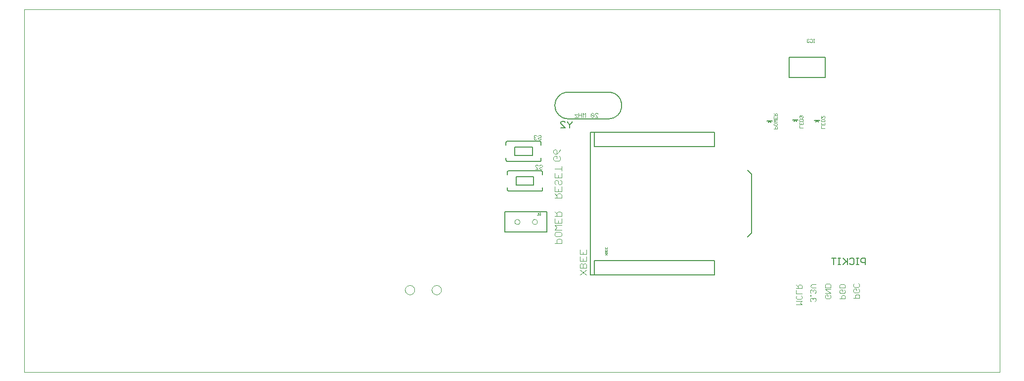
<source format=gbo>
G75*
G70*
%OFA0B0*%
%FSLAX24Y24*%
%IPPOS*%
%LPD*%
%AMOC8*
5,1,8,0,0,1.08239X$1,22.5*
%
%ADD10C,0.0000*%
%ADD11C,0.0040*%
%ADD12C,0.0030*%
%ADD13C,0.0020*%
%ADD14C,0.0060*%
%ADD15C,0.0050*%
%ADD16C,0.0080*%
%ADD17C,0.0010*%
D10*
X000103Y000212D02*
X065853Y000212D01*
X065853Y024712D01*
X000103Y024712D01*
X000103Y000212D01*
X025768Y005752D02*
X025770Y005787D01*
X025776Y005822D01*
X025786Y005856D01*
X025799Y005889D01*
X025816Y005920D01*
X025837Y005948D01*
X025860Y005975D01*
X025887Y005998D01*
X025915Y006019D01*
X025946Y006036D01*
X025979Y006049D01*
X026013Y006059D01*
X026048Y006065D01*
X026083Y006067D01*
X026118Y006065D01*
X026153Y006059D01*
X026187Y006049D01*
X026220Y006036D01*
X026251Y006019D01*
X026279Y005998D01*
X026306Y005975D01*
X026329Y005948D01*
X026350Y005920D01*
X026367Y005889D01*
X026380Y005856D01*
X026390Y005822D01*
X026396Y005787D01*
X026398Y005752D01*
X026396Y005717D01*
X026390Y005682D01*
X026380Y005648D01*
X026367Y005615D01*
X026350Y005584D01*
X026329Y005556D01*
X026306Y005529D01*
X026279Y005506D01*
X026251Y005485D01*
X026220Y005468D01*
X026187Y005455D01*
X026153Y005445D01*
X026118Y005439D01*
X026083Y005437D01*
X026048Y005439D01*
X026013Y005445D01*
X025979Y005455D01*
X025946Y005468D01*
X025915Y005485D01*
X025887Y005506D01*
X025860Y005529D01*
X025837Y005556D01*
X025816Y005584D01*
X025799Y005615D01*
X025786Y005648D01*
X025776Y005682D01*
X025770Y005717D01*
X025768Y005752D01*
X027568Y005752D02*
X027570Y005787D01*
X027576Y005822D01*
X027586Y005856D01*
X027599Y005889D01*
X027616Y005920D01*
X027637Y005948D01*
X027660Y005975D01*
X027687Y005998D01*
X027715Y006019D01*
X027746Y006036D01*
X027779Y006049D01*
X027813Y006059D01*
X027848Y006065D01*
X027883Y006067D01*
X027918Y006065D01*
X027953Y006059D01*
X027987Y006049D01*
X028020Y006036D01*
X028051Y006019D01*
X028079Y005998D01*
X028106Y005975D01*
X028129Y005948D01*
X028150Y005920D01*
X028167Y005889D01*
X028180Y005856D01*
X028190Y005822D01*
X028196Y005787D01*
X028198Y005752D01*
X028196Y005717D01*
X028190Y005682D01*
X028180Y005648D01*
X028167Y005615D01*
X028150Y005584D01*
X028129Y005556D01*
X028106Y005529D01*
X028079Y005506D01*
X028051Y005485D01*
X028020Y005468D01*
X027987Y005455D01*
X027953Y005445D01*
X027918Y005439D01*
X027883Y005437D01*
X027848Y005439D01*
X027813Y005445D01*
X027779Y005455D01*
X027746Y005468D01*
X027715Y005485D01*
X027687Y005506D01*
X027660Y005529D01*
X027637Y005556D01*
X027616Y005584D01*
X027599Y005615D01*
X027586Y005648D01*
X027576Y005682D01*
X027570Y005717D01*
X027568Y005752D01*
X033156Y010352D02*
X033158Y010377D01*
X033164Y010402D01*
X033173Y010426D01*
X033186Y010448D01*
X033203Y010468D01*
X033222Y010485D01*
X033243Y010499D01*
X033267Y010509D01*
X033291Y010516D01*
X033317Y010519D01*
X033342Y010518D01*
X033367Y010513D01*
X033391Y010504D01*
X033414Y010492D01*
X033434Y010477D01*
X033452Y010458D01*
X033467Y010437D01*
X033478Y010414D01*
X033486Y010390D01*
X033490Y010365D01*
X033490Y010339D01*
X033486Y010314D01*
X033478Y010290D01*
X033467Y010267D01*
X033452Y010246D01*
X033434Y010227D01*
X033414Y010212D01*
X033391Y010200D01*
X033367Y010191D01*
X033342Y010186D01*
X033317Y010185D01*
X033291Y010188D01*
X033267Y010195D01*
X033243Y010205D01*
X033222Y010219D01*
X033203Y010236D01*
X033186Y010256D01*
X033173Y010278D01*
X033164Y010302D01*
X033158Y010327D01*
X033156Y010352D01*
X034337Y010352D02*
X034339Y010377D01*
X034345Y010402D01*
X034354Y010426D01*
X034367Y010448D01*
X034384Y010468D01*
X034403Y010485D01*
X034424Y010499D01*
X034448Y010509D01*
X034472Y010516D01*
X034498Y010519D01*
X034523Y010518D01*
X034548Y010513D01*
X034572Y010504D01*
X034595Y010492D01*
X034615Y010477D01*
X034633Y010458D01*
X034648Y010437D01*
X034659Y010414D01*
X034667Y010390D01*
X034671Y010365D01*
X034671Y010339D01*
X034667Y010314D01*
X034659Y010290D01*
X034648Y010267D01*
X034633Y010246D01*
X034615Y010227D01*
X034595Y010212D01*
X034572Y010200D01*
X034548Y010191D01*
X034523Y010186D01*
X034498Y010185D01*
X034472Y010188D01*
X034448Y010195D01*
X034424Y010205D01*
X034403Y010219D01*
X034384Y010236D01*
X034367Y010256D01*
X034354Y010278D01*
X034345Y010302D01*
X034339Y010327D01*
X034337Y010352D01*
D11*
X035853Y010271D02*
X035853Y010578D01*
X035853Y010731D02*
X036314Y010731D01*
X036314Y010961D01*
X036237Y011038D01*
X036083Y011038D01*
X036007Y010961D01*
X036007Y010731D01*
X036007Y010885D02*
X035853Y011038D01*
X036314Y010578D02*
X036314Y010271D01*
X035853Y010271D01*
X035853Y010117D02*
X036314Y010117D01*
X036083Y010271D02*
X036083Y010424D01*
X035853Y010117D02*
X036007Y009964D01*
X035853Y009810D01*
X036314Y009810D01*
X036237Y009657D02*
X036314Y009580D01*
X036314Y009427D01*
X036237Y009350D01*
X035930Y009350D01*
X035853Y009427D01*
X035853Y009580D01*
X035930Y009657D01*
X036237Y009657D01*
X036237Y009197D02*
X036083Y009197D01*
X036007Y009120D01*
X036007Y008890D01*
X035853Y008890D02*
X036314Y008890D01*
X036314Y009120D01*
X036237Y009197D01*
X037543Y008468D02*
X037543Y008161D01*
X038004Y008161D01*
X038004Y008468D01*
X037773Y008315D02*
X037773Y008161D01*
X037543Y008008D02*
X037543Y007701D01*
X038004Y007701D01*
X038004Y008008D01*
X037773Y007854D02*
X037773Y007701D01*
X037697Y007547D02*
X037620Y007547D01*
X037543Y007471D01*
X037543Y007240D01*
X038004Y007240D01*
X038004Y007471D01*
X037927Y007547D01*
X037850Y007547D01*
X037773Y007471D01*
X037773Y007240D01*
X037773Y007471D02*
X037697Y007547D01*
X037543Y007087D02*
X038004Y006780D01*
X038004Y007087D02*
X037543Y006780D01*
X036314Y011952D02*
X035853Y011952D01*
X036007Y011952D02*
X036007Y012182D01*
X036083Y012259D01*
X036237Y012259D01*
X036314Y012182D01*
X036314Y011952D01*
X036007Y012105D02*
X035853Y012259D01*
X035853Y012412D02*
X035853Y012719D01*
X035930Y012872D02*
X035853Y012949D01*
X035853Y013103D01*
X035930Y013179D01*
X036007Y013179D01*
X036083Y013103D01*
X036083Y012949D01*
X036160Y012872D01*
X036237Y012872D01*
X036314Y012949D01*
X036314Y013103D01*
X036237Y013179D01*
X036314Y013333D02*
X035853Y013333D01*
X035853Y013640D01*
X036083Y013486D02*
X036083Y013333D01*
X036314Y013333D02*
X036314Y013640D01*
X036314Y013793D02*
X036314Y014100D01*
X036314Y013946D02*
X035853Y013946D01*
X035850Y014481D02*
X035773Y014558D01*
X035773Y014711D01*
X035850Y014788D01*
X036003Y014788D01*
X036003Y014634D01*
X035850Y014481D02*
X036157Y014481D01*
X036234Y014558D01*
X036234Y014711D01*
X036157Y014788D01*
X036003Y014941D02*
X035850Y014941D01*
X035773Y015018D01*
X035773Y015171D01*
X035850Y015248D01*
X035927Y015248D01*
X036003Y015171D01*
X036003Y014941D01*
X036157Y015095D01*
X036234Y015248D01*
X036314Y012719D02*
X036314Y012412D01*
X035853Y012412D01*
X036083Y012412D02*
X036083Y012565D01*
D12*
X052138Y006105D02*
X052262Y005982D01*
X052262Y006044D02*
X052262Y005858D01*
X052138Y005858D02*
X052509Y005858D01*
X052509Y006044D01*
X052447Y006105D01*
X052323Y006105D01*
X052262Y006044D01*
X052138Y005737D02*
X052138Y005490D01*
X052509Y005490D01*
X052447Y005369D02*
X052509Y005307D01*
X052509Y005183D01*
X052447Y005122D01*
X052200Y005122D01*
X052138Y005183D01*
X052138Y005307D01*
X052200Y005369D01*
X052138Y005000D02*
X052509Y005000D01*
X052385Y004877D01*
X052509Y004753D01*
X052138Y004753D01*
X053078Y005029D02*
X053140Y004968D01*
X053078Y005029D02*
X053078Y005153D01*
X053140Y005214D01*
X053202Y005214D01*
X053263Y005153D01*
X053263Y005091D01*
X053263Y005153D02*
X053325Y005214D01*
X053387Y005214D01*
X053449Y005153D01*
X053449Y005029D01*
X053387Y004968D01*
X054088Y005233D02*
X054150Y005172D01*
X054397Y005172D01*
X054459Y005233D01*
X054459Y005357D01*
X054397Y005419D01*
X054273Y005419D02*
X054273Y005295D01*
X054273Y005419D02*
X054150Y005419D01*
X054088Y005357D01*
X054088Y005233D01*
X054088Y005540D02*
X054459Y005540D01*
X054088Y005787D01*
X054459Y005787D01*
X054459Y005908D02*
X054459Y006094D01*
X054397Y006155D01*
X054150Y006155D01*
X054088Y006094D01*
X054088Y005908D01*
X054459Y005908D01*
X055058Y005888D02*
X055058Y006074D01*
X055120Y006135D01*
X055367Y006135D01*
X055429Y006074D01*
X055429Y005888D01*
X055058Y005888D01*
X055120Y005767D02*
X055243Y005767D01*
X055243Y005643D01*
X055120Y005520D02*
X055367Y005520D01*
X055429Y005582D01*
X055429Y005705D01*
X055367Y005767D01*
X055120Y005767D02*
X055058Y005705D01*
X055058Y005582D01*
X055120Y005520D01*
X055243Y005399D02*
X055182Y005337D01*
X055182Y005152D01*
X055058Y005152D02*
X055429Y005152D01*
X055429Y005337D01*
X055367Y005399D01*
X055243Y005399D01*
X056008Y005202D02*
X056379Y005202D01*
X056379Y005387D01*
X056317Y005449D01*
X056193Y005449D01*
X056132Y005387D01*
X056132Y005202D01*
X056070Y005570D02*
X056008Y005632D01*
X056008Y005755D01*
X056070Y005817D01*
X056193Y005817D01*
X056193Y005693D01*
X056070Y005570D02*
X056317Y005570D01*
X056379Y005632D01*
X056379Y005755D01*
X056317Y005817D01*
X056317Y005938D02*
X056070Y005938D01*
X056008Y006000D01*
X056008Y006124D01*
X056070Y006185D01*
X056317Y006185D02*
X056379Y006124D01*
X056379Y006000D01*
X056317Y005938D01*
X053449Y005888D02*
X053202Y005888D01*
X053078Y006012D01*
X053202Y006135D01*
X053449Y006135D01*
X053387Y005767D02*
X053325Y005767D01*
X053263Y005705D01*
X053202Y005767D01*
X053140Y005767D01*
X053078Y005705D01*
X053078Y005582D01*
X053140Y005520D01*
X053140Y005398D02*
X053078Y005398D01*
X053078Y005336D01*
X053140Y005336D01*
X053140Y005398D01*
X053263Y005643D02*
X053263Y005705D01*
X053387Y005767D02*
X053449Y005705D01*
X053449Y005582D01*
X053387Y005520D01*
D13*
X035014Y013956D02*
X034968Y013909D01*
X034874Y013909D01*
X034828Y013956D01*
X034828Y014002D01*
X034874Y014049D01*
X034968Y014049D01*
X035014Y014096D01*
X035014Y014143D01*
X034968Y014189D01*
X034874Y014189D01*
X034828Y014143D01*
X034738Y014143D02*
X034691Y014189D01*
X034598Y014189D01*
X034551Y014143D01*
X034551Y014096D01*
X034738Y013909D01*
X034551Y013909D01*
X034508Y015909D02*
X034601Y015909D01*
X034648Y015956D01*
X034738Y015956D02*
X034784Y015909D01*
X034878Y015909D01*
X034924Y015956D01*
X034878Y016049D02*
X034784Y016049D01*
X034738Y016002D01*
X034738Y015956D01*
X034878Y016049D02*
X034924Y016096D01*
X034924Y016143D01*
X034878Y016189D01*
X034784Y016189D01*
X034738Y016143D01*
X034648Y016143D02*
X034601Y016189D01*
X034508Y016189D01*
X034461Y016143D01*
X034461Y016096D01*
X034508Y016049D01*
X034461Y016002D01*
X034461Y015956D01*
X034508Y015909D01*
X034508Y016049D02*
X034555Y016049D01*
X037195Y017412D02*
X037382Y017412D01*
X037195Y017598D01*
X037382Y017598D01*
X037472Y017552D02*
X037658Y017552D01*
X037658Y017412D02*
X037658Y017692D01*
X037748Y017692D02*
X037748Y017412D01*
X037935Y017412D02*
X037935Y017692D01*
X037841Y017598D01*
X037748Y017692D01*
X037472Y017692D02*
X037472Y017412D01*
X038300Y017458D02*
X038347Y017412D01*
X038440Y017412D01*
X038487Y017458D01*
X038300Y017645D01*
X038300Y017458D01*
X038487Y017458D02*
X038487Y017645D01*
X038440Y017692D01*
X038347Y017692D01*
X038300Y017645D01*
X038576Y017645D02*
X038623Y017692D01*
X038717Y017692D01*
X038763Y017645D01*
X038576Y017645D02*
X038576Y017598D01*
X038763Y017412D01*
X038576Y017412D01*
X050638Y017310D02*
X050638Y017456D01*
X050638Y017531D02*
X050858Y017531D01*
X050858Y017641D01*
X050822Y017677D01*
X050748Y017677D01*
X050712Y017641D01*
X050712Y017531D01*
X050712Y017604D02*
X050638Y017677D01*
X050858Y017456D02*
X050858Y017310D01*
X050638Y017310D01*
X050638Y017235D02*
X050858Y017235D01*
X050748Y017310D02*
X050748Y017383D01*
X050638Y017235D02*
X050712Y017162D01*
X050638Y017089D01*
X050858Y017089D01*
X050822Y017014D02*
X050858Y016978D01*
X050858Y016904D01*
X050822Y016868D01*
X050675Y016868D01*
X050638Y016904D01*
X050638Y016978D01*
X050675Y017014D01*
X050822Y017014D01*
X050822Y016793D02*
X050748Y016793D01*
X050712Y016757D01*
X050712Y016647D01*
X050638Y016647D02*
X050858Y016647D01*
X050858Y016757D01*
X050822Y016793D01*
X052358Y016853D02*
X052358Y016707D01*
X052578Y016707D01*
X052578Y016928D02*
X052358Y016928D01*
X052358Y017074D01*
X052358Y017149D02*
X052358Y017259D01*
X052395Y017295D01*
X052542Y017295D01*
X052578Y017259D01*
X052578Y017149D01*
X052358Y017149D01*
X052468Y017001D02*
X052468Y016928D01*
X052578Y016928D02*
X052578Y017074D01*
X052542Y017370D02*
X052578Y017406D01*
X052578Y017480D01*
X052542Y017516D01*
X052505Y017516D01*
X052468Y017480D01*
X052432Y017516D01*
X052395Y017516D01*
X052358Y017480D01*
X052358Y017406D01*
X052395Y017370D01*
X052468Y017443D02*
X052468Y017480D01*
X053828Y017486D02*
X053828Y017340D01*
X053975Y017486D01*
X054012Y017486D01*
X054048Y017450D01*
X054048Y017376D01*
X054012Y017340D01*
X054012Y017265D02*
X054048Y017229D01*
X054048Y017119D01*
X053828Y017119D01*
X053828Y017229D01*
X053865Y017265D01*
X054012Y017265D01*
X054048Y017044D02*
X054048Y016898D01*
X053828Y016898D01*
X053828Y017044D01*
X053938Y016971D02*
X053938Y016898D01*
X053828Y016823D02*
X053828Y016677D01*
X054048Y016677D01*
X053363Y022482D02*
X053290Y022482D01*
X053327Y022482D02*
X053327Y022702D01*
X053363Y022702D02*
X053290Y022702D01*
X053216Y022665D02*
X053216Y022518D01*
X053179Y022482D01*
X053106Y022482D01*
X053069Y022518D01*
X052995Y022518D02*
X052958Y022482D01*
X052885Y022482D01*
X052848Y022518D01*
X052848Y022555D01*
X052885Y022592D01*
X052922Y022592D01*
X052885Y022592D02*
X052848Y022628D01*
X052848Y022665D01*
X052885Y022702D01*
X052958Y022702D01*
X052995Y022665D01*
X053069Y022665D02*
X053106Y022702D01*
X053179Y022702D01*
X053216Y022665D01*
D14*
X054103Y021453D02*
X051643Y021453D01*
X051643Y020091D01*
X054103Y020091D01*
X054103Y021453D01*
D15*
X053724Y017209D02*
X053543Y017209D01*
X053451Y017087D01*
X053362Y017209D02*
X053543Y017209D01*
X053553Y017203D02*
X053629Y017087D01*
X052254Y017239D02*
X052073Y017239D01*
X051981Y017117D01*
X051892Y017239D02*
X052073Y017239D01*
X052083Y017233D02*
X052159Y017117D01*
X050534Y017179D02*
X050353Y017179D01*
X050261Y017057D01*
X050172Y017179D02*
X050353Y017179D01*
X050363Y017173D02*
X050439Y017057D01*
X037019Y017062D02*
X036869Y016912D01*
X036869Y016687D01*
X036869Y016912D02*
X036719Y017062D01*
X036719Y017137D01*
X036559Y017062D02*
X036484Y017137D01*
X036333Y017137D01*
X036258Y017062D01*
X036258Y016987D01*
X036559Y016687D01*
X036258Y016687D01*
X037019Y017062D02*
X037019Y017137D01*
X034934Y015702D02*
X034934Y015545D01*
X034934Y015702D02*
X034933Y015719D01*
X034928Y015736D01*
X034921Y015751D01*
X034911Y015765D01*
X034899Y015777D01*
X034885Y015787D01*
X034870Y015794D01*
X034853Y015799D01*
X034836Y015800D01*
X034836Y015801D02*
X032671Y015801D01*
X032671Y015800D02*
X032654Y015799D01*
X032637Y015794D01*
X032622Y015787D01*
X032608Y015777D01*
X032596Y015765D01*
X032586Y015751D01*
X032579Y015736D01*
X032574Y015719D01*
X032573Y015702D01*
X032572Y015702D02*
X032572Y015545D01*
X033163Y015407D02*
X033163Y014816D01*
X034344Y014816D01*
X034344Y015407D01*
X033163Y015407D01*
X032572Y014679D02*
X032572Y014521D01*
X032577Y014501D01*
X032586Y014482D01*
X032597Y014465D01*
X032612Y014450D01*
X032629Y014438D01*
X032648Y014429D01*
X032668Y014423D01*
X032689Y014421D01*
X032710Y014423D01*
X034836Y014423D01*
X034853Y014424D01*
X034870Y014429D01*
X034885Y014436D01*
X034899Y014446D01*
X034911Y014458D01*
X034921Y014472D01*
X034928Y014487D01*
X034933Y014504D01*
X034934Y014521D01*
X034934Y014679D01*
X034926Y013801D02*
X032761Y013801D01*
X032761Y013800D02*
X032744Y013799D01*
X032727Y013794D01*
X032712Y013787D01*
X032698Y013777D01*
X032686Y013765D01*
X032676Y013751D01*
X032669Y013736D01*
X032664Y013719D01*
X032663Y013702D01*
X032662Y013702D02*
X032662Y013545D01*
X033253Y013407D02*
X033253Y012816D01*
X034434Y012816D01*
X034434Y013407D01*
X033253Y013407D01*
X034926Y013800D02*
X034943Y013799D01*
X034960Y013794D01*
X034975Y013787D01*
X034989Y013777D01*
X035001Y013765D01*
X035011Y013751D01*
X035018Y013736D01*
X035023Y013719D01*
X035024Y013702D01*
X035024Y013545D01*
X035024Y012679D02*
X035024Y012521D01*
X035023Y012504D01*
X035018Y012487D01*
X035011Y012472D01*
X035001Y012458D01*
X034989Y012446D01*
X034975Y012436D01*
X034960Y012429D01*
X034943Y012424D01*
X034926Y012423D01*
X032800Y012423D01*
X032779Y012421D01*
X032758Y012423D01*
X032738Y012429D01*
X032719Y012438D01*
X032702Y012450D01*
X032687Y012465D01*
X032676Y012482D01*
X032667Y012501D01*
X032662Y012521D01*
X032662Y012679D01*
X054509Y007907D02*
X054809Y007907D01*
X054659Y007907D02*
X054659Y007457D01*
X054966Y007457D02*
X055116Y007457D01*
X055041Y007457D02*
X055041Y007907D01*
X055116Y007907D02*
X054966Y007907D01*
X055276Y007907D02*
X055576Y007607D01*
X055501Y007682D02*
X055276Y007457D01*
X055576Y007457D02*
X055576Y007907D01*
X055736Y007832D02*
X055811Y007907D01*
X055961Y007907D01*
X056036Y007832D01*
X056036Y007532D01*
X055961Y007457D01*
X055811Y007457D01*
X055736Y007532D01*
X056193Y007457D02*
X056343Y007457D01*
X056268Y007457D02*
X056268Y007907D01*
X056343Y007907D02*
X056193Y007907D01*
X056503Y007832D02*
X056503Y007682D01*
X056578Y007607D01*
X056804Y007607D01*
X056804Y007457D02*
X056804Y007907D01*
X056578Y007907D01*
X056503Y007832D01*
D16*
X049109Y009613D02*
X048873Y009338D01*
X049109Y009613D02*
X049109Y013550D01*
X048873Y013826D01*
X046609Y015420D02*
X038539Y015420D01*
X038539Y016404D01*
X038243Y016404D01*
X038243Y006759D01*
X038539Y006759D01*
X038539Y007743D01*
X046609Y007743D01*
X046609Y006759D01*
X038539Y006759D01*
X035331Y009663D02*
X032496Y009663D01*
X032496Y011041D01*
X035331Y011041D01*
X035331Y009663D01*
X046609Y015420D02*
X046609Y016404D01*
X038539Y016404D01*
X039473Y017312D02*
X036773Y017312D01*
X036714Y017314D01*
X036656Y017320D01*
X036597Y017329D01*
X036540Y017343D01*
X036484Y017360D01*
X036429Y017381D01*
X036375Y017405D01*
X036323Y017433D01*
X036273Y017464D01*
X036225Y017498D01*
X036180Y017535D01*
X036137Y017576D01*
X036096Y017619D01*
X036059Y017664D01*
X036025Y017712D01*
X035994Y017762D01*
X035966Y017814D01*
X035942Y017868D01*
X035921Y017923D01*
X035904Y017979D01*
X035890Y018036D01*
X035881Y018095D01*
X035875Y018153D01*
X035873Y018212D01*
X035875Y018271D01*
X035881Y018329D01*
X035890Y018388D01*
X035904Y018445D01*
X035921Y018501D01*
X035942Y018556D01*
X035966Y018610D01*
X035994Y018662D01*
X036025Y018712D01*
X036059Y018760D01*
X036096Y018805D01*
X036137Y018848D01*
X036180Y018889D01*
X036225Y018926D01*
X036273Y018960D01*
X036323Y018991D01*
X036375Y019019D01*
X036429Y019043D01*
X036484Y019064D01*
X036540Y019081D01*
X036597Y019095D01*
X036656Y019104D01*
X036714Y019110D01*
X036773Y019112D01*
X039473Y019112D01*
X039532Y019110D01*
X039590Y019104D01*
X039649Y019095D01*
X039706Y019081D01*
X039762Y019064D01*
X039817Y019043D01*
X039871Y019019D01*
X039923Y018991D01*
X039973Y018960D01*
X040021Y018926D01*
X040066Y018889D01*
X040109Y018848D01*
X040150Y018805D01*
X040187Y018760D01*
X040221Y018712D01*
X040252Y018662D01*
X040280Y018610D01*
X040304Y018556D01*
X040325Y018501D01*
X040342Y018445D01*
X040356Y018388D01*
X040365Y018329D01*
X040371Y018271D01*
X040373Y018212D01*
X040371Y018153D01*
X040365Y018095D01*
X040356Y018036D01*
X040342Y017979D01*
X040325Y017923D01*
X040304Y017868D01*
X040280Y017814D01*
X040252Y017762D01*
X040221Y017712D01*
X040187Y017664D01*
X040150Y017619D01*
X040109Y017576D01*
X040066Y017535D01*
X040021Y017498D01*
X039973Y017464D01*
X039923Y017433D01*
X039871Y017405D01*
X039817Y017381D01*
X039762Y017360D01*
X039706Y017343D01*
X039649Y017329D01*
X039590Y017320D01*
X039532Y017314D01*
X039473Y017312D01*
D17*
X034883Y010957D02*
X034908Y010932D01*
X034908Y010907D01*
X034883Y010882D01*
X034833Y010882D01*
X034808Y010857D01*
X034808Y010832D01*
X034833Y010807D01*
X034883Y010807D01*
X034908Y010832D01*
X034883Y010957D02*
X034833Y010957D01*
X034808Y010932D01*
X034761Y010907D02*
X034711Y010957D01*
X034711Y010807D01*
X034761Y010807D02*
X034661Y010807D01*
X039248Y008629D02*
X039248Y008529D01*
X039398Y008529D01*
X039398Y008629D01*
X039323Y008579D02*
X039323Y008529D01*
X039248Y008481D02*
X039248Y008381D01*
X039398Y008381D01*
X039398Y008481D01*
X039323Y008431D02*
X039323Y008381D01*
X039298Y008334D02*
X039273Y008334D01*
X039248Y008309D01*
X039248Y008234D01*
X039398Y008234D01*
X039398Y008309D01*
X039373Y008334D01*
X039348Y008334D01*
X039323Y008309D01*
X039323Y008234D01*
X039323Y008309D02*
X039298Y008334D01*
X039248Y008187D02*
X039398Y008087D01*
X039398Y008187D02*
X039248Y008087D01*
M02*

</source>
